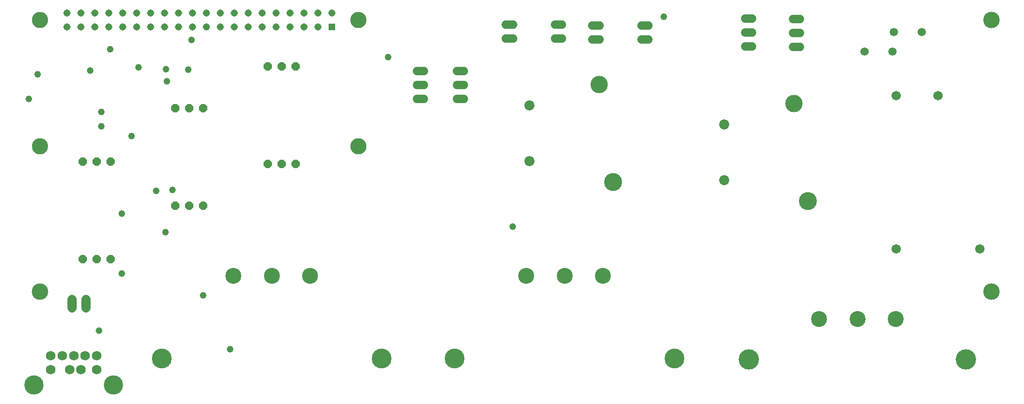
<source format=gbs>
G75*
%MOIN*%
%OFA0B0*%
%FSLAX25Y25*%
%IPPOS*%
%LPD*%
%AMOC8*
5,1,8,0,0,1.08239X$1,22.5*
%
%ADD10C,0.11824*%
%ADD11C,0.06000*%
%ADD12C,0.05950*%
%ADD13C,0.06737*%
%ADD14C,0.06737*%
%ADD15C,0.13800*%
%ADD16C,0.06800*%
%ADD17C,0.11450*%
%ADD18C,0.14200*%
%ADD19OC8,0.05950*%
%ADD20C,0.11430*%
%ADD21C,0.14580*%
%ADD22C,0.07250*%
%ADD23C,0.12500*%
%ADD24C,0.12900*%
%ADD25C,0.11627*%
%ADD26R,0.05162X0.05162*%
%ADD27C,0.05162*%
%ADD28C,0.04800*%
D10*
X0030578Y0102465D03*
X0713019Y0102465D03*
X0713019Y0297465D03*
D11*
X0575711Y0298094D02*
X0570511Y0298094D01*
X0570511Y0288094D02*
X0575711Y0288094D01*
X0575711Y0278094D02*
X0570511Y0278094D01*
X0541378Y0278427D02*
X0536178Y0278427D01*
X0536178Y0288427D02*
X0541378Y0288427D01*
X0541378Y0298427D02*
X0536178Y0298427D01*
X0466973Y0293468D02*
X0461773Y0293468D01*
X0461773Y0283468D02*
X0466973Y0283468D01*
X0431773Y0283468D02*
X0426573Y0283468D01*
X0426573Y0293468D02*
X0431773Y0293468D01*
X0404979Y0294138D02*
X0399779Y0294138D01*
X0399779Y0284138D02*
X0404979Y0284138D01*
X0369779Y0284138D02*
X0364579Y0284138D01*
X0364579Y0294138D02*
X0369779Y0294138D01*
X0334722Y0260809D02*
X0329522Y0260809D01*
X0329522Y0250809D02*
X0334722Y0250809D01*
X0334722Y0240809D02*
X0329522Y0240809D01*
X0306061Y0240809D02*
X0300861Y0240809D01*
X0300861Y0250809D02*
X0306061Y0250809D01*
X0306061Y0260809D02*
X0300861Y0260809D01*
D12*
X0622058Y0274746D03*
X0642058Y0274746D03*
X0643060Y0288743D03*
X0663060Y0288743D03*
D13*
X0674442Y0243134D03*
X0644442Y0243134D03*
X0644442Y0133134D03*
X0704442Y0133134D03*
D14*
X0063432Y0096762D02*
X0063432Y0090825D01*
X0053432Y0090825D02*
X0053432Y0096762D01*
D15*
X0026298Y0035606D03*
X0083298Y0035606D03*
D16*
X0071298Y0046606D03*
X0059798Y0046606D03*
X0051798Y0046606D03*
X0038298Y0046606D03*
X0038298Y0056606D03*
X0046548Y0056606D03*
X0054798Y0056606D03*
X0063048Y0056606D03*
X0071298Y0056606D03*
D17*
X0169239Y0113803D03*
X0196798Y0113803D03*
X0224358Y0113803D03*
X0379239Y0113803D03*
X0406798Y0113803D03*
X0434358Y0113803D03*
D18*
X0485539Y0054354D03*
X0328058Y0054354D03*
X0275539Y0054354D03*
X0118058Y0054354D03*
D19*
X0081126Y0125784D03*
X0071126Y0125784D03*
X0061126Y0125784D03*
X0127453Y0164114D03*
X0137453Y0164114D03*
X0147453Y0164114D03*
X0193780Y0194111D03*
X0203780Y0194111D03*
X0213780Y0194111D03*
X0147453Y0234114D03*
X0137453Y0234114D03*
X0127453Y0234114D03*
X0193780Y0264111D03*
X0203780Y0264111D03*
X0213780Y0264111D03*
X0081126Y0195784D03*
X0071126Y0195784D03*
X0061126Y0195784D03*
D20*
X0589239Y0082665D03*
X0616798Y0082665D03*
X0644358Y0082665D03*
D21*
X0694554Y0053924D03*
X0539043Y0053924D03*
D22*
X0521075Y0182450D03*
X0521075Y0222450D03*
X0381423Y0236115D03*
X0381423Y0196115D03*
D23*
X0431423Y0251115D03*
X0571075Y0237450D03*
D24*
X0441423Y0181115D03*
X0581075Y0167450D03*
D25*
X0258924Y0206913D03*
X0258924Y0297465D03*
X0030578Y0297465D03*
X0030578Y0206913D03*
D26*
X0239751Y0292465D03*
D27*
X0229751Y0292465D03*
X0219751Y0292465D03*
X0209751Y0292465D03*
X0199751Y0292465D03*
X0189751Y0292465D03*
X0179751Y0292465D03*
X0169751Y0292465D03*
X0159751Y0292465D03*
X0149751Y0292465D03*
X0139751Y0292465D03*
X0129751Y0292465D03*
X0119751Y0292465D03*
X0109751Y0292465D03*
X0099751Y0292465D03*
X0089751Y0292465D03*
X0079751Y0292465D03*
X0069751Y0292465D03*
X0059751Y0292465D03*
X0049751Y0292465D03*
X0049751Y0302465D03*
X0059751Y0302465D03*
X0069751Y0302465D03*
X0079751Y0302465D03*
X0089751Y0302465D03*
X0099751Y0302465D03*
X0109751Y0302465D03*
X0119751Y0302465D03*
X0129751Y0302465D03*
X0139751Y0302465D03*
X0149751Y0302465D03*
X0159751Y0302465D03*
X0169751Y0302465D03*
X0179751Y0302465D03*
X0189751Y0302465D03*
X0199751Y0302465D03*
X0209751Y0302465D03*
X0219751Y0302465D03*
X0229751Y0302465D03*
X0239751Y0302465D03*
D28*
X0280105Y0270773D03*
X0139120Y0283105D03*
X0101123Y0263441D03*
X0120788Y0262107D03*
X0121455Y0253441D03*
X0136787Y0261774D03*
X0080792Y0276439D03*
X0066460Y0261107D03*
X0028797Y0258441D03*
X0022465Y0240776D03*
X0074459Y0231444D03*
X0074459Y0221111D03*
X0096124Y0214112D03*
X0125454Y0175449D03*
X0113789Y0174783D03*
X0089125Y0158451D03*
X0120455Y0145119D03*
X0089125Y0115455D03*
X0147452Y0099790D03*
X0072793Y0074459D03*
X0166784Y0061127D03*
X0369430Y0149119D03*
X0477752Y0299770D03*
M02*

</source>
